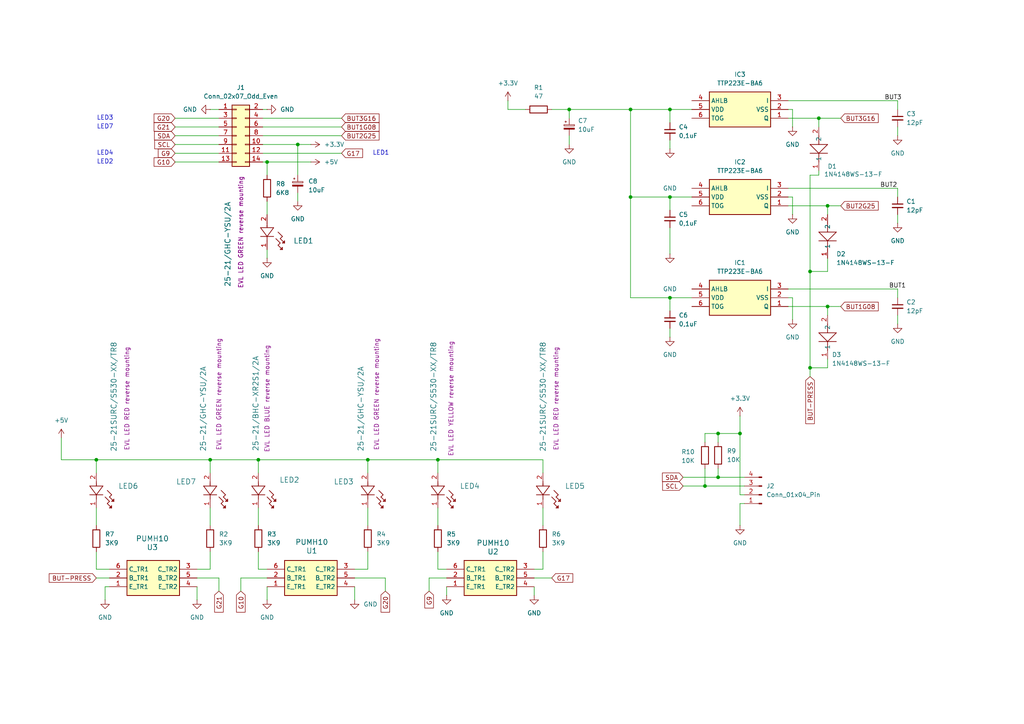
<source format=kicad_sch>
(kicad_sch (version 20250114) (generator "eeschema") (generator_version "9.0")
  (paper "A4")
  (title_block (date "01.08.2024") (rev "A1"))
  (lib_symbols
    (symbol "Connector:Conn_01x04_Pin" (pin_names (offset 1.016) (hide yes))
      (property "Reference" "J" (at 0 5.08 0))
      (property "Value" "Conn_01x04_Pin" (at 0 -7.62 0))
      (symbol "Conn_01x04_Pin_1_1"
        (rectangle (start 0.8636 2.667) (end 0 2.413) (stroke (width 0.1524)) (fill (type outline)))
        (rectangle (start 0.8636 0.127) (end 0 -0.127) (stroke (width 0.1524)) (fill (type outline)))
        (rectangle (start 0.8636 -2.413) (end 0 -2.667) (stroke (width 0.1524)) (fill (type outline)))
        (rectangle (start 0.8636 -4.953) (end 0 -5.207) (stroke (width 0.1524)) (fill (type outline)))
        (polyline (pts (xy 1.27 2.54) (xy 0.8636 2.54)) (stroke (width 0.1524)))
        (polyline (pts (xy 1.27 0) (xy 0.8636 0)) (stroke (width 0.1524)))
        (polyline (pts (xy 1.27 -2.54) (xy 0.8636 -2.54)) (stroke (width 0.1524)))
        (polyline (pts (xy 1.27 -5.08) (xy 0.8636 -5.08)) (stroke (width 0.1524)))
        (pin passive line (at 5.08 2.54 180) (length 3.81) (name "Pin_1") (number "1"))
        (pin passive line (at 5.08 0 180) (length 3.81) (name "Pin_2") (number "2"))
        (pin passive line (at 5.08 -2.54 180) (length 3.81) (name "Pin_3") (number "3"))
        (pin passive line (at 5.08 -5.08 180) (length 3.81) (name "Pin_4") (number "4"))
      )
    )
    (symbol "Connector_Generic:Conn_02x07_Odd_Even" (pin_names (offset 1.016) (hide yes))
      (property "Reference" "J" (at 1.27 10.16 0))
      (property "Value" "Conn_02x07_Odd_Even" (at 1.27 -10.16 0))
      (symbol "Conn_02x07_Odd_Even_1_1"
        (rectangle (start -1.27 8.89) (end 3.81 -8.89) (stroke (width 0.254)) (fill (type background)))
        (rectangle (start -1.27 7.747) (end 0 7.493) (stroke (width 0.1524)))
        (rectangle (start -1.27 5.207) (end 0 4.953) (stroke (width 0.1524)))
        (rectangle (start -1.27 2.667) (end 0 2.413) (stroke (width 0.1524)))
        (rectangle (start -1.27 0.127) (end 0 -0.127) (stroke (width 0.1524)))
        (rectangle (start -1.27 -2.413) (end 0 -2.667) (stroke (width 0.1524)))
        (rectangle (start -1.27 -4.953) (end 0 -5.207) (stroke (width 0.1524)))
        (rectangle (start -1.27 -7.493) (end 0 -7.747) (stroke (width 0.1524)))
        (rectangle (start 3.81 7.747) (end 2.54 7.493) (stroke (width 0.1524)))
        (rectangle (start 3.81 5.207) (end 2.54 4.953) (stroke (width 0.1524)))
        (rectangle (start 3.81 2.667) (end 2.54 2.413) (stroke (width 0.1524)))
        (rectangle (start 3.81 0.127) (end 2.54 -0.127) (stroke (width 0.1524)))
        (rectangle (start 3.81 -2.413) (end 2.54 -2.667) (stroke (width 0.1524)))
        (rectangle (start 3.81 -4.953) (end 2.54 -5.207) (stroke (width 0.1524)))
        (rectangle (start 3.81 -7.493) (end 2.54 -7.747) (stroke (width 0.1524)))
        (pin passive line (at -5.08 7.62 0) (length 3.81) (name "Pin_1") (number "1"))
        (pin passive line (at -5.08 5.08 0) (length 3.81) (name "Pin_3") (number "3"))
        (pin passive line (at -5.08 2.54 0) (length 3.81) (name "Pin_5") (number "5"))
        (pin passive line (at -5.08 0 0) (length 3.81) (name "Pin_7") (number "7"))
        (pin passive line (at -5.08 -2.54 0) (length 3.81) (name "Pin_9") (number "9"))
        (pin passive line (at -5.08 -5.08 0) (length 3.81) (name "Pin_11") (number "11"))
        (pin passive line (at -5.08 -7.62 0) (length 3.81) (name "Pin_13") (number "13"))
        (pin passive line (at 7.62 7.62 180) (length 3.81) (name "Pin_2") (number "2"))
        (pin passive line (at 7.62 5.08 180) (length 3.81) (name "Pin_4") (number "4"))
        (pin passive line (at 7.62 2.54 180) (length 3.81) (name "Pin_6") (number "6"))
        (pin passive line (at 7.62 0 180) (length 3.81) (name "Pin_8") (number "8"))
        (pin passive line (at 7.62 -2.54 180) (length 3.81) (name "Pin_10") (number "10"))
        (pin passive line (at 7.62 -5.08 180) (length 3.81) (name "Pin_12") (number "12"))
        (pin passive line (at 7.62 -7.62 180) (length 3.81) (name "Pin_14") (number "14"))
      )
    )
    (symbol "Device:C_Polarized_Small" (pin_numbers (hide yes)) (pin_names (offset 0.254) (hide yes))
      (property "Reference" "C" (at 0.254 1.778 0))
      (property "Value" "C_Polarized_Small" (at 0.254 -2.032 0))
      (symbol "C_Polarized_Small_0_1"
        (rectangle (start -1.524 0.6858) (end 1.524 0.3048))
        (rectangle (start -1.524 -0.3048) (end 1.524 -0.6858) (fill (type outline)))
        (polyline (pts (xy -1.27 1.524) (xy -0.762 1.524)))
        (polyline (pts (xy -1.016 1.27) (xy -1.016 1.778)))
      )
      (symbol "C_Polarized_Small_1_1"
        (pin passive line (at 0 2.54 270) (length 1.8542) (name "~") (number "1"))
        (pin passive line (at 0 -2.54 90) (length 1.8542) (name "~") (number "2"))
      )
    )
    (symbol "Device:C_Small" (pin_numbers (hide yes)) (pin_names (offset 0.254) (hide yes))
      (property "Reference" "C" (at 0.254 1.778 0))
      (property "Value" "C_Small" (at 0.254 -2.032 0))
      (symbol "C_Small_0_1"
        (polyline (pts (xy -1.524 0.508) (xy 1.524 0.508)) (stroke (width 0.3048)))
        (polyline (pts (xy -1.524 -0.508) (xy 1.524 -0.508)) (stroke (width 0.3302)))
      )
      (symbol "C_Small_1_1"
        (pin passive line (at 0 2.54 270) (length 2.032) (name "~") (number "1"))
        (pin passive line (at 0 -2.54 90) (length 2.032) (name "~") (number "2"))
      )
    )
    (symbol "Device:R" (pin_numbers (hide yes)) (pin_names (offset 0))
      (property "Reference" "R" (at 2.032 0 90))
      (property "Value" "R" (at 0 0 90))
      (symbol "R_0_1"
        (rectangle (start -1.016 -2.54) (end 1.016 2.54) (stroke (width 0.254)))
      )
      (symbol "R_1_1"
        (pin passive line (at 0 3.81 270) (length 1.27) (name "~") (number "1"))
        (pin passive line (at 0 -3.81 90) (length 1.27) (name "~") (number "2"))
      )
    )
    (symbol "My_Library:1N4148WS-13-F" (pin_names (offset 0.254))
      (property "Reference" "D" (at 2.54 7.62 0))
      (property "Value" "1N4148WS-13-F" (at 2.54 4.318 0))
      (symbol "1N4148WS-13-F_1_1"
        (polyline (pts (xy 2.54 0) (xy 5.08 0)) (stroke (width 0.2032)))
        (polyline (pts (xy 5.08 2.54) (xy 5.08 -2.54)) (stroke (width 0.2032)))
        (polyline (pts (xy 5.08 0) (xy 7.62 -2.54)) (stroke (width 0.2032)))
        (polyline (pts (xy 7.62 2.54) (xy 5.08 0)) (stroke (width 0.2032)))
        (polyline (pts (xy 7.62 0) (xy 10.16 0)) (stroke (width 0.2032)))
        (polyline (pts (xy 7.62 -2.54) (xy 7.62 2.54)) (stroke (width 0.2032)))
        (pin unspecified line (at 0 0 0) (length 2.54) (name "1") (number "1"))
        (pin unspecified line (at 12.7 0 180) (length 2.54) (name "2") (number "2"))
      )
      (symbol "1N4148WS-13-F_1_2"
        (polyline (pts (xy -1.905 3.81) (xy 1.905 3.81)) (stroke (width 0.2032)))
        (polyline (pts (xy 0 6.35) (xy -1.905 3.81)) (stroke (width 0.2032)))
        (polyline (pts (xy 0 6.35) (xy 0 7.62)) (stroke (width 0.2032)))
        (polyline (pts (xy 0 3.175) (xy 0 3.81)) (stroke (width 0.2032)))
        (polyline (pts (xy 0 2.54) (xy 0 3.4798)) (stroke (width 0.2032)))
        (polyline (pts (xy 1.905 6.35) (xy -1.905 6.35)) (stroke (width 0.2032)))
        (polyline (pts (xy 1.905 3.81) (xy 0 6.35)) (stroke (width 0.2032)))
        (pin unspecified line (at 0 10.16 270) (length 2.54) (name "1") (number "1"))
        (pin unspecified line (at 0 0 90) (length 2.54) (name "2") (number "2"))
      )
    )
    (symbol "My_Library:ELV 25-21/series" (pin_names (offset 0.254))
      (property "Reference" "LED" (at 5.08 -4.445 0))
      (property "Value" "ELV_25-21/series" (at 5.08 -7.62 0))
      (property "Footprint" "MY_LIBRARY:EVL-25-21GHC" (at 3.048 6.096 0))
      (symbol "ELV 25-21/series_0_1"
        (polyline (pts (xy 2.54 0) (xy 3.4798 0)) (stroke (width 0.2032)))
        (polyline (pts (xy 3.175 0) (xy 3.81 0)) (stroke (width 0.2032)))
        (polyline (pts (xy 3.81 1.905) (xy 3.81 -1.905)) (stroke (width 0.2032)))
        (polyline (pts (xy 3.81 -1.905) (xy 6.35 0)) (stroke (width 0.2032)))
        (polyline (pts (xy 5.08 3.175) (xy 6.35 4.445)) (stroke (width 0.2032)))
        (polyline (pts (xy 6.35 4.445) (xy 6.985 3.81)) (stroke (width 0.2032)))
        (polyline (pts (xy 6.35 0) (xy 3.81 1.905)) (stroke (width 0.2032)))
        (polyline (pts (xy 6.35 0) (xy 7.62 0)) (stroke (width 0.2032)))
        (polyline (pts (xy 6.35 -1.905) (xy 6.35 1.905)) (stroke (width 0.2032)))
        (polyline (pts (xy 6.985 3.81) (xy 8.255 5.08)) (stroke (width 0.2032)))
        (polyline (pts (xy 6.985 2.54) (xy 8.255 3.81)) (stroke (width 0.2032)))
        (polyline (pts (xy 7.62 5.08) (xy 8.255 4.445)) (stroke (width 0.2032)))
        (polyline (pts (xy 8.255 5.08) (xy 7.62 5.08)) (stroke (width 0.2032)))
        (polyline (pts (xy 8.255 4.445) (xy 8.255 5.08)) (stroke (width 0.2032)))
        (polyline (pts (xy 8.255 3.81) (xy 8.89 3.175)) (stroke (width 0.2032)))
        (polyline (pts (xy 8.89 3.175) (xy 10.16 4.445)) (stroke (width 0.2032)))
        (polyline (pts (xy 9.525 4.445) (xy 10.16 3.81)) (stroke (width 0.2032)))
        (polyline (pts (xy 10.16 4.445) (xy 9.525 4.445)) (stroke (width 0.2032)))
        (polyline (pts (xy 10.16 3.81) (xy 10.16 4.445)) (stroke (width 0.2032)))
        (pin unspecified line (at 0 0 0) (length 2.54) (name "") (number "2"))
        (pin unspecified line (at 10.16 0 180) (length 2.54) (name "") (number "1"))
      )
    )
    (symbol "My_Library:PUMH10"
      (property "Reference" "IC" (at 12.192 6.604 0))
      (property "Value" "PUMH10" (at 9.398 4.572 0))
      (symbol "PUMH10_1_1"
        (rectangle (start 5.08 2.54) (end 20.32 -7.62) (stroke (width 0.254)) (fill (type background)))
        (pin passive line (at 0 0 0) (length 5.08) (name "E_TR1") (number "1"))
        (pin passive line (at 0 -2.54 0) (length 5.08) (name "B_TR1") (number "2"))
        (pin passive line (at 0 -5.08 0) (length 5.08) (name "C_TR1") (number "6"))
        (pin passive line (at 25.4 0 180) (length 5.08) (name "E_TR2") (number "4"))
        (pin passive line (at 25.4 -2.54 180) (length 5.08) (name "B_TR2") (number "5"))
        (pin passive line (at 25.4 -5.08 180) (length 5.08) (name "C_TR2") (number "3"))
      )
    )
    (symbol "My_Library:TTP223E-BA6"
      (property "Reference" "IC" (at 12.7 8.636 0))
      (property "Value" "TTP223E-BA6" (at 7.62 5.08 0))
      (symbol "TTP223E-BA6_1_1"
        (rectangle (start 5.08 2.54) (end 22.86 -7.62) (stroke (width 0.254)) (fill (type background)))
        (pin passive line (at 0 0 0) (length 5.08) (name "Q") (number "1"))
        (pin passive line (at 0 -2.54 0) (length 5.08) (name "VSS") (number "2"))
        (pin passive line (at 0 -5.08 0) (length 5.08) (name "I") (number "3"))
        (pin passive line (at 27.94 0 180) (length 5.08) (name "TOG") (number "6"))
        (pin passive line (at 27.94 -2.54 180) (length 5.08) (name "VDD") (number "5"))
        (pin passive line (at 27.94 -5.08 180) (length 5.08) (name "AHLB") (number "4"))
      )
    )
    (symbol "power:+3.3V" (power) (pin_numbers (hide yes)) (pin_names (offset 0) (hide yes))
      (property "Value" "+3.3V" (at 0 3.556 0))
      (symbol "+3.3V_0_1"
        (polyline (pts (xy -0.762 1.27) (xy 0 2.54)))
        (polyline (pts (xy 0 2.54) (xy 0.762 1.27)))
        (polyline (pts (xy 0 0) (xy 0 2.54)))
      )
      (symbol "+3.3V_1_1"
        (pin power_in line (at 0 0 90) (length 0) (name "~") (number "1"))
      )
    )
    (symbol "power:+5V" (power) (pin_numbers (hide yes)) (pin_names (offset 0) (hide yes))
      (property "Value" "+5V" (at 0 3.556 0))
      (symbol "+5V_0_1"
        (polyline (pts (xy -0.762 1.27) (xy 0 2.54)))
        (polyline (pts (xy 0 2.54) (xy 0.762 1.27)))
        (polyline (pts (xy 0 0) (xy 0 2.54)))
      )
      (symbol "+5V_1_1"
        (pin power_in line (at 0 0 90) (length 0) (name "~") (number "1"))
      )
    )
    (symbol "power:GND" (power) (pin_numbers (hide yes)) (pin_names (offset 0) (hide yes))
      (property "Value" "GND" (at 0 -3.81 0))
      (symbol "GND_0_1"
        (polyline (pts (xy 0 0) (xy 0 -1.27) (xy 1.27 -1.27) (xy 0 -2.54) (xy -1.27 -1.27) (xy 0 -1.27)))
      )
      (symbol "GND_1_1"
        (pin power_in line (at 0 0 270) (length 0) (name "~") (number "1"))
      )
    )
  )
  (text "LED2" (at 30.48 46.99 0) (effects (font (size 1.27 1.27))))
  (text "LED3" (at 30.48 34.29 0) (effects (font (size 1.27 1.27))))
  (text "LED1" (at 110.49 44.45 0) (effects (font (size 1.27 1.27))))
  (text "LED7" (at 30.48 36.83 0) (effects (font (size 1.27 1.27))))
  (text "LED4" (at 30.48 44.45 0) (effects (font (size 1.27 1.27))))
  (junction (at 237.49 34.29))
  (junction (at 208.28 125.73))
  (junction (at 208.28 138.43))
  (junction (at 165.1 31.75))
  (junction (at 194.31 31.75))
  (junction (at 194.31 86.36))
  (junction (at 240.03 59.69))
  (junction (at 182.88 57.15))
  (junction (at 234.95 78.74))
  (junction (at 127 133.35))
  (junction (at 77.47 46.99))
  (junction (at 74.93 133.35))
  (junction (at 194.31 57.15))
  (junction (at 204.47 140.97))
  (junction (at 214.63 125.73))
  (junction (at 240.03 88.9))
  (junction (at 106.68 133.35))
  (junction (at 86.36 41.91))
  (junction (at 27.94 133.35))
  (junction (at 182.88 31.75))
  (junction (at 60.96 133.35))
  (junction (at 234.95 106.68))
  (wire (pts (xy 194.31 66.04) (xy 194.31 73.66)))
  (wire (pts (xy 102.87 170.18) (xy 102.87 173.99)))
  (wire (pts (xy 194.31 60.96) (xy 194.31 57.15)))
  (wire (pts (xy 204.47 140.97) (xy 215.9 140.97)))
  (wire (pts (xy 215.9 143.51) (xy 214.63 143.51)))
  (wire (pts (xy 214.63 125.73) (xy 214.63 120.65)))
  (wire (pts (xy 31.75 170.18) (xy 30.48 170.18)))
  (wire (pts (xy 106.68 147.32) (xy 106.68 152.4)))
  (wire (pts (xy 27.94 167.64) (xy 31.75 167.64)))
  (wire (pts (xy 229.87 31.75) (xy 229.87 36.83)))
  (wire (pts (xy 102.87 165.1) (xy 106.68 165.1)))
  (wire (pts (xy 234.95 50.8) (xy 237.49 50.8)))
  (wire (pts (xy 182.88 86.36) (xy 194.31 86.36)))
  (wire (pts (xy 260.35 31.75) (xy 260.35 29.21)))
  (wire (pts (xy 214.63 146.05) (xy 214.63 152.4)))
  (wire (pts (xy 160.02 31.75) (xy 165.1 31.75)))
  (wire (pts (xy 200.66 31.75) (xy 194.31 31.75)))
  (wire (pts (xy 77.47 170.18) (xy 77.47 173.99)))
  (wire (pts (xy 60.96 165.1) (xy 57.15 165.1)))
  (wire (pts (xy 234.95 106.68) (xy 234.95 109.22)))
  (wire (pts (xy 76.2 44.45) (xy 99.06 44.45)))
  (wire (pts (xy 127 165.1) (xy 129.54 165.1)))
  (wire (pts (xy 74.93 137.16) (xy 74.93 133.35)))
  (wire (pts (xy 106.68 133.35) (xy 127 133.35)))
  (wire (pts (xy 124.46 167.64) (xy 124.46 171.45)))
  (wire (pts (xy 157.48 147.32) (xy 157.48 152.4)))
  (wire (pts (xy 154.94 167.64) (xy 160.02 167.64)))
  (wire (pts (xy 214.63 143.51) (xy 214.63 125.73)))
  (wire (pts (xy 240.03 59.69) (xy 240.03 62.23)))
  (wire (pts (xy 228.6 86.36) (xy 229.87 86.36)))
  (wire (pts (xy 77.47 46.99) (xy 90.17 46.99)))
  (wire (pts (xy 204.47 128.27) (xy 204.47 125.73)))
  (wire (pts (xy 240.03 88.9) (xy 243.84 88.9)))
  (wire (pts (xy 27.94 165.1) (xy 31.75 165.1)))
  (wire (pts (xy 237.49 34.29) (xy 243.84 34.29)))
  (wire (pts (xy 50.8 41.91) (xy 63.5 41.91)))
  (wire (pts (xy 50.8 44.45) (xy 63.5 44.45)))
  (wire (pts (xy 228.6 54.61) (xy 260.35 54.61)))
  (wire (pts (xy 194.31 90.17) (xy 194.31 86.36)))
  (wire (pts (xy 50.8 36.83) (xy 63.5 36.83)))
  (wire (pts (xy 63.5 171.45) (xy 63.5 167.64)))
  (wire (pts (xy 86.36 55.88) (xy 86.36 58.42)))
  (wire (pts (xy 234.95 78.74) (xy 234.95 106.68)))
  (wire (pts (xy 147.32 29.21) (xy 147.32 31.75)))
  (wire (pts (xy 106.68 165.1) (xy 106.68 160.02)))
  (wire (pts (xy 60.96 137.16) (xy 60.96 133.35)))
  (wire (pts (xy 240.03 59.69) (xy 243.84 59.69)))
  (wire (pts (xy 240.03 88.9) (xy 240.03 91.44)))
  (wire (pts (xy 86.36 41.91) (xy 86.36 50.8)))
  (wire (pts (xy 127 160.02) (xy 127 165.1)))
  (wire (pts (xy 27.94 137.16) (xy 27.94 133.35)))
  (wire (pts (xy 229.87 86.36) (xy 229.87 92.71)))
  (wire (pts (xy 260.35 83.82) (xy 260.35 86.36)))
  (wire (pts (xy 228.6 88.9) (xy 240.03 88.9)))
  (wire (pts (xy 198.12 138.43) (xy 208.28 138.43)))
  (wire (pts (xy 234.95 78.74) (xy 240.03 78.74)))
  (wire (pts (xy 240.03 78.74) (xy 240.03 74.93)))
  (wire (pts (xy 77.47 46.99) (xy 77.47 50.8)))
  (wire (pts (xy 127 147.32) (xy 127 152.4)))
  (wire (pts (xy 260.35 36.83) (xy 260.35 39.37)))
  (wire (pts (xy 111.76 171.45) (xy 111.76 167.64)))
  (wire (pts (xy 237.49 34.29) (xy 237.49 36.83)))
  (wire (pts (xy 194.31 31.75) (xy 194.31 35.56)))
  (wire (pts (xy 27.94 133.35) (xy 60.96 133.35)))
  (wire (pts (xy 234.95 50.8) (xy 234.95 78.74)))
  (wire (pts (xy 129.54 167.64) (xy 124.46 167.64)))
  (wire (pts (xy 17.78 127) (xy 17.78 133.35)))
  (wire (pts (xy 204.47 135.89) (xy 204.47 140.97)))
  (wire (pts (xy 76.2 31.75) (xy 77.47 31.75)))
  (wire (pts (xy 63.5 167.64) (xy 57.15 167.64)))
  (wire (pts (xy 30.48 170.18) (xy 30.48 173.99)))
  (wire (pts (xy 157.48 160.02) (xy 157.48 165.1)))
  (wire (pts (xy 154.94 170.18) (xy 154.94 172.72)))
  (wire (pts (xy 127 133.35) (xy 127 137.16)))
  (wire (pts (xy 228.6 83.82) (xy 260.35 83.82)))
  (wire (pts (xy 106.68 133.35) (xy 106.68 137.16)))
  (wire (pts (xy 74.93 165.1) (xy 77.47 165.1)))
  (wire (pts (xy 182.88 31.75) (xy 194.31 31.75)))
  (wire (pts (xy 165.1 31.75) (xy 182.88 31.75)))
  (wire (pts (xy 74.93 147.32) (xy 74.93 152.4)))
  (wire (pts (xy 147.32 31.75) (xy 152.4 31.75)))
  (wire (pts (xy 165.1 39.37) (xy 165.1 41.91)))
  (wire (pts (xy 194.31 57.15) (xy 182.88 57.15)))
  (wire (pts (xy 208.28 135.89) (xy 208.28 138.43)))
  (wire (pts (xy 69.85 167.64) (xy 77.47 167.64)))
  (wire (pts (xy 182.88 57.15) (xy 182.88 86.36)))
  (wire (pts (xy 260.35 54.61) (xy 260.35 57.15)))
  (wire (pts (xy 50.8 46.99) (xy 63.5 46.99)))
  (wire (pts (xy 208.28 125.73) (xy 208.28 128.27)))
  (wire (pts (xy 260.35 62.23) (xy 260.35 64.77)))
  (wire (pts (xy 76.2 34.29) (xy 99.06 34.29)))
  (wire (pts (xy 194.31 57.15) (xy 200.66 57.15)))
  (wire (pts (xy 260.35 91.44) (xy 260.35 93.98)))
  (wire (pts (xy 228.6 57.15) (xy 229.87 57.15)))
  (wire (pts (xy 77.47 72.39) (xy 77.47 74.93)))
  (wire (pts (xy 229.87 57.15) (xy 229.87 62.23)))
  (wire (pts (xy 165.1 31.75) (xy 165.1 34.29)))
  (wire (pts (xy 194.31 40.64) (xy 194.31 43.18)))
  (wire (pts (xy 17.78 133.35) (xy 27.94 133.35)))
  (wire (pts (xy 228.6 31.75) (xy 229.87 31.75)))
  (wire (pts (xy 76.2 41.91) (xy 86.36 41.91)))
  (wire (pts (xy 76.2 46.99) (xy 77.47 46.99)))
  (wire (pts (xy 228.6 29.21) (xy 260.35 29.21)))
  (wire (pts (xy 228.6 34.29) (xy 237.49 34.29)))
  (wire (pts (xy 204.47 125.73) (xy 208.28 125.73)))
  (wire (pts (xy 157.48 165.1) (xy 154.94 165.1)))
  (wire (pts (xy 77.47 58.42) (xy 77.47 62.23)))
  (wire (pts (xy 129.54 170.18) (xy 129.54 172.72)))
  (wire (pts (xy 240.03 104.14) (xy 240.03 106.68)))
  (wire (pts (xy 60.96 31.75) (xy 63.5 31.75)))
  (wire (pts (xy 127 133.35) (xy 157.48 133.35)))
  (wire (pts (xy 69.85 171.45) (xy 69.85 167.64)))
  (wire (pts (xy 194.31 86.36) (xy 200.66 86.36)))
  (wire (pts (xy 157.48 133.35) (xy 157.48 137.16)))
  (wire (pts (xy 208.28 125.73) (xy 214.63 125.73)))
  (wire (pts (xy 27.94 147.32) (xy 27.94 152.4)))
  (wire (pts (xy 74.93 160.02) (xy 74.93 165.1)))
  (wire (pts (xy 111.76 167.64) (xy 102.87 167.64)))
  (wire (pts (xy 86.36 41.91) (xy 90.17 41.91)))
  (wire (pts (xy 237.49 50.8) (xy 237.49 49.53)))
  (wire (pts (xy 57.15 170.18) (xy 57.15 173.99)))
  (wire (pts (xy 74.93 133.35) (xy 106.68 133.35)))
  (wire (pts (xy 215.9 146.05) (xy 214.63 146.05)))
  (wire (pts (xy 27.94 160.02) (xy 27.94 165.1)))
  (wire (pts (xy 198.12 140.97) (xy 204.47 140.97)))
  (wire (pts (xy 50.8 39.37) (xy 63.5 39.37)))
  (wire (pts (xy 234.95 106.68) (xy 240.03 106.68)))
  (wire (pts (xy 194.31 95.25) (xy 194.31 97.79)))
  (wire (pts (xy 182.88 31.75) (xy 182.88 57.15)))
  (wire (pts (xy 50.8 34.29) (xy 63.5 34.29)))
  (wire (pts (xy 60.96 133.35) (xy 74.93 133.35)))
  (wire (pts (xy 60.96 160.02) (xy 60.96 165.1)))
  (wire (pts (xy 208.28 138.43) (xy 215.9 138.43)))
  (wire (pts (xy 228.6 59.69) (xy 240.03 59.69)))
  (wire (pts (xy 60.96 147.32) (xy 60.96 152.4)))
  (wire (pts (xy 76.2 39.37) (xy 99.06 39.37)))
  (wire (pts (xy 76.2 36.83) (xy 99.06 36.83)))
  (label "BUT1" (at 257.81 83.82 0))
  (label "BUT3" (at 256.54 29.21 0))
  (label "BUT2" (at 255.27 54.61 0))
  (global_label "SCL" (shape input) (at 50.8 41.91 180) (property "Intersheetrefs" "${INTERSHEET_REFS}" (effects (hide yes))))
  (global_label "G9" (shape input) (at 124.46 171.45 270) (property "Intersheetrefs" "${INTERSHEET_REFS}" (effects (hide yes))))
  (global_label "BUT-PRESS" (shape input) (at 27.94 167.64 180) (property "Intersheetrefs" "${INTERSHEET_REFS}" (effects (hide yes))))
  (global_label "BUT1G08" (shape input) (at 99.06 36.83 0) (property "Intersheetrefs" "${INTERSHEET_REFS}" (effects (hide yes))))
  (global_label "G10" (shape input) (at 50.8 46.99 180) (property "Intersheetrefs" "${INTERSHEET_REFS}" (effects (hide yes))))
  (global_label "G20" (shape input) (at 111.76 171.45 270) (property "Intersheetrefs" "${INTERSHEET_REFS}" (effects (hide yes))))
  (global_label "SDA" (shape input) (at 198.12 138.43 180) (property "Intersheetrefs" "${INTERSHEET_REFS}" (effects (hide yes))))
  (global_label "SCL" (shape input) (at 198.12 140.97 180) (property "Intersheetrefs" "${INTERSHEET_REFS}" (effects (hide yes))))
  (global_label "BUT2G25" (shape input) (at 243.84 59.69 0) (property "Intersheetrefs" "${INTERSHEET_REFS}" (effects (hide yes))))
  (global_label "BUT3G16" (shape input) (at 99.06 34.29 0) (property "Intersheetrefs" "${INTERSHEET_REFS}" (effects (hide yes))))
  (global_label "G21" (shape input) (at 63.5 171.45 270) (property "Intersheetrefs" "${INTERSHEET_REFS}" (effects (hide yes))))
  (global_label "SDA" (shape input) (at 50.8 39.37 180) (property "Intersheetrefs" "${INTERSHEET_REFS}" (effects (hide yes))))
  (global_label "G9" (shape input) (at 50.8 44.45 180) (property "Intersheetrefs" "${INTERSHEET_REFS}" (effects (hide yes))))
  (global_label "BUT1G08" (shape input) (at 243.84 88.9 0) (property "Intersheetrefs" "${INTERSHEET_REFS}" (effects (hide yes))))
  (global_label "G10" (shape input) (at 69.85 171.45 270) (property "Intersheetrefs" "${INTERSHEET_REFS}" (effects (hide yes))))
  (global_label "G17" (shape input) (at 160.02 167.64 0) (property "Intersheetrefs" "${INTERSHEET_REFS}" (effects (hide yes))))
  (global_label "G21" (shape input) (at 50.8 36.83 180) (property "Intersheetrefs" "${INTERSHEET_REFS}" (effects (hide yes))))
  (global_label "BUT-PRESS" (shape input) (at 234.95 109.22 270) (property "Intersheetrefs" "${INTERSHEET_REFS}" (effects (hide yes))))
  (global_label "BUT3G16" (shape input) (at 243.84 34.29 0) (property "Intersheetrefs" "${INTERSHEET_REFS}" (effects (hide yes))))
  (global_label "G20" (shape input) (at 50.8 34.29 180) (property "Intersheetrefs" "${INTERSHEET_REFS}" (effects (hide yes))))
  (global_label "BUT2G25" (shape input) (at 99.06 39.37 0) (property "Intersheetrefs" "${INTERSHEET_REFS}" (effects (hide yes))))
  (global_label "G17" (shape input) (at 99.06 44.45 0) (property "Intersheetrefs" "${INTERSHEET_REFS}" (effects (hide yes))))
  (symbol (lib_id "My_Library:ELV 25-21/series") (at 77.47 62.23 270) (unit 1)
    (property "Reference" "LED1" (at 85.09 69.85 90) (effects (font (size 1.524 1.524)) (justify left)))
    (property "Value" "25-21/GHC-YSU/2A" (at 66.04 58.42 0) (effects (font (size 1.524 1.524)) (justify left)))
    (property "Footprint" "MYlib_GLOBAL:EVL-25-21GHC" (effects (hide yes)))
    (property "Datasheet" "25-21/GHC-YSU/2A" (effects (hide yes)))
    (property "Description" "EVL LED GREEN reverse mounting" (at 69.85 67.31 0))
  )
  (symbol (lib_id "My_Library:ELV 25-21/series") (at 74.93 137.16 270) (unit 1)
    (property "Reference" "LED2" (at 81.026 139.192 90) (effects (font (size 1.524 1.524)) (justify left)))
    (property "Value" "25-21/BHC-XR2S1/2A" (at 74.168 103.124 0) (effects (font (size 1.524 1.524)) (justify left)))
    (property "Footprint" "MYlib_GLOBAL:EVL-25-21GHC" (effects (hide yes)))
    (property "Datasheet" "25-21/GHC-YSU/2A" (effects (hide yes)))
    (property "Description" "EVL LED BLUE reverse mounting" (at 77.47 115.57 0))
  )
  (symbol (lib_id "My_Library:TTP223E-BA6") (at 228.6 34.29 180) (unit 1)
    (property "Reference" "IC3" (at 214.63 21.59 0))
    (property "Value" "TTP223E-BA6" (at 214.63 24.13 0))
    (property "Footprint" "MYlib_GLOBAL:SOT95P285X126-6N" (effects (hide yes)))
    (property "Datasheet" "https://datasheet.lcsc.com/szlcsc/1810251711_Tontek-Design-Tech-TTP223E-BA6_C129457.pdf" (effects (hide yes)))
    (property "Description" "SOT-23-6 Touch Screen Controller ICs" (effects (hide yes)))
    (property "Height" "1.26" (effects (hide yes)))
    (property "Manufacturer_Name" "Tontec" (effects (hide yes)))
    (property "Manufacturer_Part_Number" "TTP223E-BA6" (effects (hide yes)))
  )
  (symbol (lib_id "My_Library:TTP223E-BA6") (at 228.6 59.69 180) (unit 1)
    (property "Reference" "IC2" (at 214.63 46.99 0))
    (property "Value" "TTP223E-BA6" (at 214.63 49.53 0))
    (property "Footprint" "MYlib_GLOBAL:SOT95P285X126-6N" (effects (hide yes)))
    (property "Datasheet" "https://datasheet.lcsc.com/szlcsc/1810251711_Tontek-Design-Tech-TTP223E-BA6_C129457.pdf" (effects (hide yes)))
    (property "Description" "SOT-23-6 Touch Screen Controller ICs" (effects (hide yes)))
    (property "Height" "1.26" (effects (hide yes)))
    (property "Manufacturer_Name" "Tontec" (effects (hide yes)))
    (property "Manufacturer_Part_Number" "TTP223E-BA6" (effects (hide yes)))
  )
  (symbol (lib_id "power:GND") (at 260.35 39.37 0) (unit 1)
    (property "Reference" "#PWR01" (effects (hide yes)))
    (property "Value" "GND" (at 260.35 44.45 0))
    (property "Description" "Power symbol creates a global label with name \"GND\" , ground" (effects (hide yes)))
  )
  (symbol (lib_id "power:GND") (at 77.47 31.75 90) (unit 1)
    (property "Reference" "#PWR013" (effects (hide yes)))
    (property "Value" "GND" (at 81.28 31.7499 90) (effects (justify right)))
    (property "Description" "Power symbol creates a global label with name \"GND\" , ground" (effects (hide yes)))
  )
  (symbol (lib_id "power:GND") (at 194.31 97.79 0) (unit 1)
    (property "Reference" "#PWR04" (effects (hide yes)))
    (property "Value" "GND" (at 194.31 102.87 0))
    (property "Description" "Power symbol creates a global label with name \"GND\" , ground" (effects (hide yes)))
  )
  (symbol (lib_id "power:GND") (at 154.94 172.72 0) (unit 1)
    (property "Reference" "#PWR023" (effects (hide yes)))
    (property "Value" "GND" (at 154.94 177.8 0))
    (property "Description" "Power symbol creates a global label with name \"GND\" , ground" (effects (hide yes)))
  )
  (symbol (lib_id "power:GND") (at 57.15 173.99 0) (unit 1)
    (property "Reference" "#PWR015" (effects (hide yes)))
    (property "Value" "GND" (at 57.15 179.07 0))
    (property "Description" "Power symbol creates a global label with name \"GND\" , ground" (effects (hide yes)))
  )
  (symbol (lib_id "My_Library:ELV 25-21/series") (at 27.94 137.16 270) (unit 1)
    (property "Reference" "LED6" (at 34.29 140.9699 90) (effects (font (size 1.524 1.524)) (justify left)))
    (property "Value" "25-21SURC/S530-XX/TR8" (at 33.02 99.06 0) (effects (font (size 1.524 1.524)) (justify left)))
    (property "Footprint" "MYlib_GLOBAL:EVL-25-21GHC" (effects (hide yes)))
    (property "Datasheet" "25-21/GHC-YSU/2A" (effects (hide yes)))
    (property "Description" "EVL LED RED reverse mounting" (at 36.83 115.57 0))
  )
  (symbol (lib_id "power:+3.3V") (at 214.63 120.65 0) (unit 1)
    (property "Reference" "#PWR026" (effects (hide yes)))
    (property "Value" "+3.3V" (at 214.63 115.57 0))
    (property "Description" "Power symbol creates a global label with name \"+3.3V\"" (effects (hide yes)))
  )
  (symbol (lib_id "power:GND") (at 77.47 74.93 0) (unit 1)
    (property "Reference" "#PWR06" (effects (hide yes)))
    (property "Value" "GND" (at 77.47 80.01 0))
    (property "Description" "Power symbol creates a global label with name \"GND\" , ground" (effects (hide yes)))
  )
  (symbol (lib_id "My_Library:TTP223E-BA6") (at 228.6 88.9 180) (unit 1)
    (property "Reference" "IC1" (at 214.63 76.2 0))
    (property "Value" "TTP223E-BA6" (at 214.63 78.74 0))
    (property "Footprint" "MYlib_GLOBAL:SOT95P285X126-6N" (effects (hide yes)))
    (property "Datasheet" "https://datasheet.lcsc.com/szlcsc/1810251711_Tontek-Design-Tech-TTP223E-BA6_C129457.pdf" (effects (hide yes)))
    (property "Description" "SOT-23-6 Touch Screen Controller ICs" (effects (hide yes)))
    (property "Height" "1.26" (effects (hide yes)))
    (property "Manufacturer_Name" "Tontec" (effects (hide yes)))
    (property "Manufacturer_Part_Number" "TTP223E-BA6" (effects (hide yes)))
  )
  (symbol (lib_id "Device:R") (at 208.28 132.08 180) (unit 1)
    (property "Reference" "R9" (at 210.82 130.8099 0) (effects (justify right)))
    (property "Value" "10K" (at 210.82 133.3499 0) (effects (justify right)))
    (property "Footprint" "Resistor_SMD:R_0603_1608Metric" (effects (hide yes)))
    (property "Description" "Resistor" (effects (hide yes)))
  )
  (symbol (lib_id "My_Library:1N4148WS-13-F") (at 240.03 74.93 90) (unit 1)
    (property "Reference" "D2" (at 242.57 73.6599 90) (effects (justify right)))
    (property "Value" "1N4148WS-13-F" (at 242.57 76.2 90) (effects (justify right)))
    (property "Footprint" "Diode_SMD:D_SOD-323F" (effects (hide yes)))
    (property "Datasheet" "1N4148WS-13-F" (effects (hide yes)))
    (property "Description" "Diode" (effects (hide yes)))
    (property "Sim.Device" "D" (effects (hide yes)))
    (property "Sim.Pins" "1=K 2=A" (effects (hide yes)))
  )
  (symbol (lib_id "power:GND") (at 165.1 41.91 0) (unit 1)
    (property "Reference" "#PWR021" (effects (hide yes)))
    (property "Value" "GND" (at 165.1 46.99 0))
    (property "Description" "Power symbol creates a global label with name \"GND\" , ground" (effects (hide yes)))
  )
  (symbol (lib_id "My_Library:PUMH10") (at 77.47 170.18 0) (mirror x) (unit 1)
    (property "Reference" "U1" (at 90.424 159.766 0) (effects (font (size 1.524 1.524))))
    (property "Value" "PUMH10" (at 90.424 157.226 0) (effects (font (size 1.524 1.524))))
    (property "Footprint" "MYlib_GLOBAL:SOT363_NEX" (effects (hide yes)))
    (property "Datasheet" "https://eu.mouser.com/datasheet/2/916/PEMH10_PUMH10-1599569.pdf" (effects (hide yes)))
    (property "Description" "PUMH10, Digital Transistor, NPN 100mA 50V 2.2k, Ratio Of 0.047, 6-Pin SOT-363" (effects (hide yes)))
    (property "Height" "1.1" (effects (hide yes)))
    (property "Manufacturer_Name" "Nexperia" (effects (hide yes)))
    (property "Manufacturer_Part_Number" "PUMH10" (effects (hide yes)))
    (property "Mouser Part Number" "N/A" (effects (hide yes)))
    (property "Mouser Price/Stock" "https://www.mouser.com/Search/Refine.aspx?Keyword=N%2FA" (effects (hide yes)))
  )
  (symbol (lib_id "My_Library:ELV 25-21/series") (at 60.96 137.16 270) (unit 1)
    (property "Reference" "LED7" (at 51.054 139.7 90) (effects (font (size 1.524 1.524)) (justify left)))
    (property "Value" "25-21/GHC-YSU/2A" (at 58.928 106.172 0) (effects (font (size 1.524 1.524)) (justify left)))
    (property "Footprint" "MYlib_GLOBAL:EVL-25-21GHC" (effects (hide yes)))
    (property "Datasheet" "25-21/GHC-YSU/2A" (effects (hide yes)))
    (property "Description" "EVL LED GREEN reverse mounting" (at 63.5 114.3 0))
  )
  (symbol (lib_id "power:GND") (at 260.35 93.98 0) (unit 1)
    (property "Reference" "#PWR03" (effects (hide yes)))
    (property "Value" "GND" (at 260.35 99.06 0))
    (property "Description" "Power symbol creates a global label with name \"GND\" , ground" (effects (hide yes)))
  )
  (symbol (lib_id "Device:R") (at 157.48 156.21 180) (unit 1)
    (property "Reference" "R6" (at 160.02 154.9399 0) (effects (justify right)))
    (property "Value" "3K9" (at 160.02 157.4799 0) (effects (justify right)))
    (property "Footprint" "Resistor_SMD:R_0603_1608Metric" (effects (hide yes)))
    (property "Description" "Resistor" (effects (hide yes)))
  )
  (symbol (lib_id "Device:R") (at 27.94 156.21 180) (unit 1)
    (property "Reference" "R7" (at 30.48 154.9399 0) (effects (justify right)))
    (property "Value" "3K9" (at 30.48 157.4799 0) (effects (justify right)))
    (property "Footprint" "Resistor_SMD:R_0603_1608Metric" (effects (hide yes)))
    (property "Description" "Resistor" (effects (hide yes)))
  )
  (symbol (lib_id "Device:C_Small") (at 260.35 88.9 0) (unit 1)
    (property "Reference" "C2" (at 262.89 87.6362 0) (effects (justify left)))
    (property "Value" "12pF" (at 262.89 90.1762 0) (effects (justify left)))
    (property "Footprint" "Capacitor_SMD:C_0603_1608Metric" (effects (hide yes)))
    (property "Description" "Unpolarized capacitor, small symbol" (effects (hide yes)))
  )
  (symbol (lib_id "Device:R") (at 106.68 156.21 180) (unit 1)
    (property "Reference" "R4" (at 109.22 154.9399 0) (effects (justify right)))
    (property "Value" "3K9" (at 109.22 157.4799 0) (effects (justify right)))
    (property "Footprint" "Resistor_SMD:R_0603_1608Metric" (effects (hide yes)))
    (property "Description" "Resistor" (effects (hide yes)))
  )
  (symbol (lib_id "Device:C_Small") (at 260.35 34.29 0) (unit 1)
    (property "Reference" "C3" (at 262.89 33.0262 0) (effects (justify left)))
    (property "Value" "12pF" (at 262.89 35.5662 0) (effects (justify left)))
    (property "Footprint" "Capacitor_SMD:C_0603_1608Metric" (effects (hide yes)))
    (property "Description" "Unpolarized capacitor, small symbol" (effects (hide yes)))
  )
  (symbol (lib_id "My_Library:1N4148WS-13-F") (at 237.49 49.53 90) (unit 1)
    (property "Reference" "D1" (at 240.03 48.2599 90) (effects (justify right)))
    (property "Value" "1N4148WS-13-F" (at 239.014 50.546 90) (effects (justify right)))
    (property "Footprint" "Diode_SMD:D_SOD-323F" (effects (hide yes)))
    (property "Datasheet" "1N4148WS-13-F" (effects (hide yes)))
    (property "Description" "Diode" (effects (hide yes)))
    (property "Sim.Device" "D" (effects (hide yes)))
    (property "Sim.Pins" "1=K 2=A" (effects (hide yes)))
  )
  (symbol (lib_id "My_Library:ELV 25-21/series") (at 106.68 137.16 270) (unit 1)
    (property "Reference" "LED3" (at 96.774 139.7 90) (effects (font (size 1.524 1.524)) (justify left)))
    (property "Value" "25-21/GHC-YSU/2A" (at 104.648 106.172 0) (effects (font (size 1.524 1.524)) (justify left)))
    (property "Footprint" "MYlib_GLOBAL:EVL-25-21GHC" (effects (hide yes)))
    (property "Datasheet" "25-21/GHC-YSU/2A" (effects (hide yes)))
    (property "Description" "EVL LED GREEN reverse mounting" (at 109.22 114.3 0))
  )
  (symbol (lib_id "power:GND") (at 86.36 58.42 0) (unit 1)
    (property "Reference" "#PWR020" (effects (hide yes)))
    (property "Value" "GND" (at 86.36 63.5 0))
    (property "Description" "Power symbol creates a global label with name \"GND\" , ground" (effects (hide yes)))
  )
  (symbol (lib_id "Device:C_Small") (at 194.31 63.5 0) (unit 1)
    (property "Reference" "C5" (at 196.85 62.2362 0) (effects (justify left)))
    (property "Value" "0,1uF" (at 196.85 64.7762 0) (effects (justify left)))
    (property "Footprint" "Capacitor_SMD:C_0603_1608Metric" (effects (hide yes)))
    (property "Description" "Unpolarized capacitor, small symbol" (effects (hide yes)))
  )
  (symbol (lib_id "My_Library:ELV 25-21/series") (at 127 137.16 270) (unit 1)
    (property "Reference" "LED4" (at 133.35 140.9699 90) (effects (font (size 1.524 1.524)) (justify left)))
    (property "Value" "25-21SURC/S530-XX/TR8" (at 125.73 99.06 0) (effects (font (size 1.524 1.524)) (justify left)))
    (property "Footprint" "MYlib_GLOBAL:EVL-25-21GHC" (effects (hide yes)))
    (property "Datasheet" "25-21/GHC-YSU/2A" (effects (hide yes)))
    (property "Description" "EVL LED YELLOW reverse mounting" (at 130.81 115.57 0))
  )
  (symbol (lib_id "power:+5V") (at 90.17 46.99 270) (unit 1)
    (property "Reference" "#PWR018" (effects (hide yes)))
    (property "Value" "+5V" (at 93.98 46.9899 90) (effects (justify left)))
    (property "Description" "Power symbol creates a global label with name \"+5V\"" (effects (hide yes)))
  )
  (symbol (lib_id "Device:C_Polarized_Small") (at 165.1 36.83 0) (unit 1)
    (property "Reference" "C7" (at 167.64 35.0138 0) (effects (justify left)))
    (property "Value" "10uF" (at 167.64 37.5538 0) (effects (justify left)))
    (property "Footprint" "Capacitor_Tantalum_SMD:CP_EIA-3528-21_Kemet-B" (effects (hide yes)))
    (property "Description" "Polarized capacitor, small symbol" (effects (hide yes)))
  )
  (symbol (lib_id "power:GND") (at 214.63 152.4 0) (unit 1)
    (property "Reference" "#PWR025" (effects (hide yes)))
    (property "Value" "GND" (at 214.63 157.48 0))
    (property "Description" "Power symbol creates a global label with name \"GND\" , ground" (effects (hide yes)))
  )
  (symbol (lib_id "Device:R") (at 60.96 156.21 180) (unit 1)
    (property "Reference" "R2" (at 63.5 154.9399 0) (effects (justify right)))
    (property "Value" "3K9" (at 63.5 157.4799 0) (effects (justify right)))
    (property "Footprint" "Resistor_SMD:R_0603_1608Metric" (effects (hide yes)))
    (property "Description" "Resistor" (effects (hide yes)))
  )
  (symbol (lib_id "power:+3.3V") (at 90.17 41.91 270) (unit 1)
    (property "Reference" "#PWR019" (effects (hide yes)))
    (property "Value" "+3.3V" (at 93.98 41.9099 90) (effects (justify left)))
    (property "Description" "Power symbol creates a global label with name \"+3.3V\"" (effects (hide yes)))
  )
  (symbol (lib_id "My_Library:1N4148WS-13-F") (at 240.03 104.14 90) (unit 1)
    (property "Reference" "D3" (at 241.3 102.87 90) (effects (justify right)))
    (property "Value" "1N4148WS-13-F" (at 241.3 105.41 90) (effects (justify right)))
    (property "Footprint" "Diode_SMD:D_SOD-323F" (effects (hide yes)))
    (property "Datasheet" "1N4148WS-13-F" (effects (hide yes)))
    (property "Description" "Diode" (effects (hide yes)))
    (property "Sim.Device" "D" (effects (hide yes)))
    (property "Sim.Pins" "1=K 2=A" (effects (hide yes)))
  )
  (symbol (lib_id "Device:C_Small") (at 194.31 92.71 0) (unit 1)
    (property "Reference" "C6" (at 196.85 91.4462 0) (effects (justify left)))
    (property "Value" "0,1uF" (at 196.85 93.9862 0) (effects (justify left)))
    (property "Footprint" "Capacitor_SMD:C_0603_1608Metric" (effects (hide yes)))
    (property "Description" "Unpolarized capacitor, small symbol" (effects (hide yes)))
  )
  (symbol (lib_id "Device:R") (at 156.21 31.75 90) (unit 1)
    (property "Reference" "R1" (at 156.21 25.4 90))
    (property "Value" "47" (at 156.21 27.94 90))
    (property "Footprint" "Resistor_SMD:R_0603_1608Metric" (effects (hide yes)))
    (property "Description" "Resistor" (effects (hide yes)))
  )
  (symbol (lib_id "power:GND") (at 194.31 43.18 0) (unit 1)
    (property "Reference" "#PWR09" (effects (hide yes)))
    (property "Value" "GND" (at 194.31 54.61 0))
    (property "Description" "Power symbol creates a global label with name \"GND\" , ground" (effects (hide yes)))
  )
  (symbol (lib_id "power:GND") (at 77.47 173.99 0) (unit 1)
    (property "Reference" "#PWR016" (effects (hide yes)))
    (property "Value" "GND" (at 77.47 179.07 0))
    (property "Description" "Power symbol creates a global label with name \"GND\" , ground" (effects (hide yes)))
  )
  (symbol (lib_id "power:GND") (at 194.31 73.66 0) (unit 1)
    (property "Reference" "#PWR010" (effects (hide yes)))
    (property "Value" "GND" (at 194.31 83.82 0))
    (property "Description" "Power symbol creates a global label with name \"GND\" , ground" (effects (hide yes)))
  )
  (symbol (lib_id "Device:R") (at 77.47 54.61 180) (unit 1)
    (property "Reference" "R8" (at 80.01 53.3399 0) (effects (justify right)))
    (property "Value" "6K8" (at 80.01 55.8799 0) (effects (justify right)))
    (property "Footprint" "Resistor_SMD:R_0603_1608Metric" (effects (hide yes)))
    (property "Description" "Resistor" (effects (hide yes)))
  )
  (symbol (lib_id "power:GND") (at 60.96 31.75 270) (unit 1)
    (property "Reference" "#PWR014" (effects (hide yes)))
    (property "Value" "GND" (at 57.15 31.7499 90) (effects (justify right)))
    (property "Description" "Power symbol creates a global label with name \"GND\" , ground" (effects (hide yes)))
  )
  (symbol (lib_id "Connector_Generic:Conn_02x07_Odd_Even") (at 68.58 39.37 0) (unit 1)
    (property "Reference" "J1" (at 69.85 25.4 0))
    (property "Value" "Conn_02x07_Odd_Even" (at 69.85 27.94 0))
    (property "Footprint" "Connector_PinHeader_2.54mm:PinHeader_2x07_P2.54mm_Vertical_SMD" (effects (hide yes)))
    (property "Description" "Generic connector, double row, 02x07, odd/even pin numbering scheme (row 1 odd numbers, row 2 even numbers), script generated (kicad-library-utils/schlib/autogen/connector/)" (effects (hide yes)))
  )
  (symbol (lib_id "Device:C_Small") (at 260.35 59.69 0) (unit 1)
    (property "Reference" "C1" (at 262.89 58.4262 0) (effects (justify left)))
    (property "Value" "12pF" (at 262.89 60.9662 0) (effects (justify left)))
    (property "Footprint" "Capacitor_SMD:C_0603_1608Metric" (effects (hide yes)))
    (property "Description" "Unpolarized capacitor, small symbol" (effects (hide yes)))
  )
  (symbol (lib_id "Device:R") (at 127 156.21 180) (unit 1)
    (property "Reference" "R5" (at 129.54 154.9399 0) (effects (justify right)))
    (property "Value" "3K9" (at 129.54 157.4799 0) (effects (justify right)))
    (property "Footprint" "Resistor_SMD:R_0603_1608Metric" (effects (hide yes)))
    (property "Description" "Resistor" (effects (hide yes)))
  )
  (symbol (lib_id "power:GND") (at 229.87 36.83 0) (unit 1)
    (property "Reference" "#PWR05" (effects (hide yes)))
    (property "Value" "GND" (at 229.87 41.91 0))
    (property "Description" "Power symbol creates a global label with name \"GND\" , ground" (effects (hide yes)))
  )
  (symbol (lib_id "power:GND") (at 30.48 173.99 0) (unit 1)
    (property "Reference" "#PWR011" (effects (hide yes)))
    (property "Value" "GND" (at 30.48 179.07 0))
    (property "Description" "Power symbol creates a global label with name \"GND\" , ground" (effects (hide yes)))
  )
  (symbol (lib_id "power:GND") (at 102.87 173.99 0) (unit 1)
    (property "Reference" "#PWR017" (effects (hide yes)))
    (property "Value" "GND" (at 105.41 175.2599 0) (effects (justify left)))
    (property "Description" "Power symbol creates a global label with name \"GND\" , ground" (effects (hide yes)))
  )
  (symbol (lib_id "Connector:Conn_01x04_Pin") (at 220.98 143.51 180) (unit 1)
    (property "Reference" "J2" (at 222.25 140.9699 0) (effects (justify right)))
    (property "Value" "Conn_01x04_Pin" (at 222.25 143.5099 0) (effects (justify right)))
    (property "Footprint" "Modified: Soldering Pads for Display" (effects (hide yes)))
    (property "Description" "Generic connector, single row, 01x04, script generated" (effects (hide yes)))
  )
  (symbol (lib_id "power:GND") (at 229.87 62.23 0) (unit 1)
    (property "Reference" "#PWR07" (effects (hide yes)))
    (property "Value" "GND" (at 229.87 67.31 0))
    (property "Description" "Power symbol creates a global label with name \"GND\" , ground" (effects (hide yes)))
  )
  (symbol (lib_id "power:GND") (at 129.54 172.72 0) (unit 1)
    (property "Reference" "#PWR012" (effects (hide yes)))
    (property "Value" "GND" (at 129.54 177.8 0))
    (property "Description" "Power symbol creates a global label with name \"GND\" , ground" (effects (hide yes)))
  )
  (symbol (lib_id "My_Library:PUMH10") (at 31.75 170.18 0) (mirror x) (unit 1)
    (property "Reference" "U3" (at 44.196 158.75 0) (effects (font (size 1.524 1.524))))
    (property "Value" "PUMH10" (at 44.196 156.21 0) (effects (font (size 1.524 1.524))))
    (property "Footprint" "MYlib_GLOBAL:SOT363_NEX" (effects (hide yes)))
    (property "Datasheet" "https://eu.mouser.com/datasheet/2/916/PEMH10_PUMH10-1599569.pdf" (effects (hide yes)))
    (property "Description" "PUMH10, Digital Transistor, NPN 100mA 50V 2.2k, Ratio Of 0.047, 6-Pin SOT-363" (effects (hide yes)))
    (property "Height" "1.1" (effects (hide yes)))
    (property "Manufacturer_Name" "Nexperia" (effects (hide yes)))
    (property "Manufacturer_Part_Number" "PUMH10" (effects (hide yes)))
    (property "Mouser Part Number" "N/A" (effects (hide yes)))
    (property "Mouser Price/Stock" "https://www.mouser.com/Search/Refine.aspx?Keyword=N%2FA" (effects (hide yes)))
  )
  (symbol (lib_id "power:+3.3V") (at 147.32 29.21 0) (unit 1)
    (property "Reference" "#PWR022" (effects (hide yes)))
    (property "Value" "+3.3V" (at 147.32 24.13 0))
    (property "Description" "Power symbol creates a global label with name \"+3.3V\"" (effects (hide yes)))
  )
  (symbol (lib_id "Device:C_Polarized_Small") (at 86.36 53.34 0) (unit 1)
    (property "Reference" "C8" (at 89.408 52.578 0) (effects (justify left)))
    (property "Value" "10uF" (at 89.408 55.118 0) (effects (justify left)))
    (property "Footprint" "Capacitor_Tantalum_SMD:CP_EIA-3528-21_Kemet-B" (effects (hide yes)))
    (property "Description" "Polarized capacitor, small symbol" (effects (hide yes)))
  )
  (symbol (lib_id "Device:R") (at 204.47 132.08 180) (unit 1)
    (property "Reference" "R10" (at 197.612 131.064 0) (effects (justify right)))
    (property "Value" "10K" (at 197.612 133.604 0) (effects (justify right)))
    (property "Footprint" "Resistor_SMD:R_0603_1608Metric" (effects (hide yes)))
    (property "Description" "Resistor" (effects (hide yes)))
  )
  (symbol (lib_id "Device:R") (at 74.93 156.21 180) (unit 1)
    (property "Reference" "R3" (at 77.47 154.9399 0) (effects (justify right)))
    (property "Value" "3K9" (at 77.47 157.4799 0) (effects (justify right)))
    (property "Footprint" "Resistor_SMD:R_0603_1608Metric" (effects (hide yes)))
    (property "Description" "Resistor" (effects (hide yes)))
  )
  (symbol (lib_id "power:GND") (at 229.87 92.71 0) (unit 1)
    (property "Reference" "#PWR08" (effects (hide yes)))
    (property "Value" "GND" (at 229.87 97.79 0))
    (property "Description" "Power symbol creates a global label with name \"GND\" , ground" (effects (hide yes)))
  )
  (symbol (lib_id "power:+5V") (at 17.78 127 0) (unit 1)
    (property "Reference" "#PWR024" (effects (hide yes)))
    (property "Value" "+5V" (at 17.78 121.92 0))
    (property "Description" "Power symbol creates a global label with name \"+5V\"" (effects (hide yes)))
  )
  (symbol (lib_id "My_Library:ELV 25-21/series") (at 157.48 137.16 270) (unit 1)
    (property "Reference" "LED5" (at 163.83 140.9699 90) (effects (font (size 1.524 1.524)) (justify left)))
    (property "Value" "25-21SURC/S530-XX/TR8" (at 157.48 99.06 0) (effects (font (size 1.524 1.524)) (justify left)))
    (property "Footprint" "MYlib_GLOBAL:EVL-25-21GHC" (effects (hide yes)))
    (property "Datasheet" "25-21/GHC-YSU/2A" (effects (hide yes)))
    (property "Description" "EVL LED RED reverse mounting" (at 161.29 115.57 0))
  )
  (symbol (lib_id "Device:C_Small") (at 194.31 38.1 0) (unit 1)
    (property "Reference" "C4" (at 196.85 36.8362 0) (effects (justify left)))
    (property "Value" "0,1uF" (at 196.85 39.3762 0) (effects (justify left)))
    (property "Footprint" "Capacitor_SMD:C_0603_1608Metric" (effects (hide yes)))
    (property "Description" "Unpolarized capacitor, small symbol" (effects (hide yes)))
  )
  (symbol (lib_id "power:GND") (at 260.35 64.77 0) (unit 1)
    (property "Reference" "#PWR02" (effects (hide yes)))
    (property "Value" "GND" (at 260.35 69.85 0))
    (property "Description" "Power symbol creates a global label with name \"GND\" , ground" (effects (hide yes)))
  )
  (symbol (lib_id "My_Library:PUMH10") (at 129.54 170.18 0) (mirror x) (unit 1)
    (property "Reference" "U2" (at 143.002 160.02 0) (effects (font (size 1.524 1.524))))
    (property "Value" "PUMH10" (at 143.002 157.48 0) (effects (font (size 1.524 1.524))))
    (property "Footprint" "MYlib_GLOBAL:SOT363_NEX" (effects (hide yes)))
    (property "Datasheet" "https://eu.mouser.com/datasheet/2/916/PEMH10_PUMH10-1599569.pdf" (effects (hide yes)))
    (property "Description" "PUMH10, Digital Transistor, NPN 100mA 50V 2.2k, Ratio Of 0.047, 6-Pin SOT-363" (effects (hide yes)))
    (property "Height" "1.1" (effects (hide yes)))
    (property "Manufacturer_Name" "Nexperia" (effects (hide yes)))
    (property "Manufacturer_Part_Number" "PUMH10" (effects (hide yes)))
    (property "Mouser Part Number" "N/A" (effects (hide yes)))
    (property "Mouser Price/Stock" "https://www.mouser.com/Search/Refine.aspx?Keyword=N%2FA" (effects (hide yes)))
  )
)
</source>
